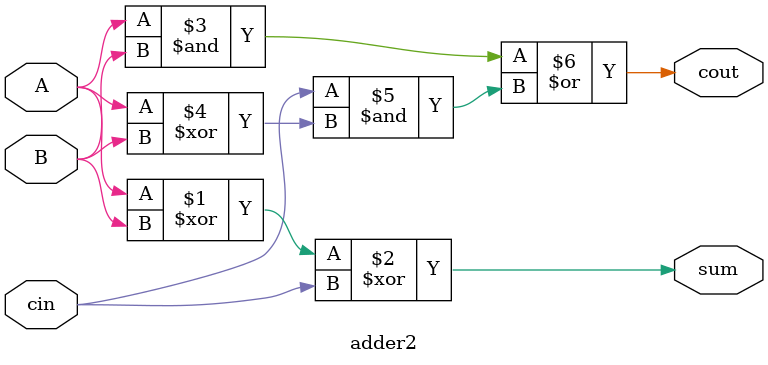
<source format=v>
module adder2(A,B,cin,sum,cout);

	input A,B,cin;
	output sum,cout;
	assign sum = A ^ B ^ cin;
	assign cout = (A & B)|(cin & (A ^ B));

endmodule
</source>
